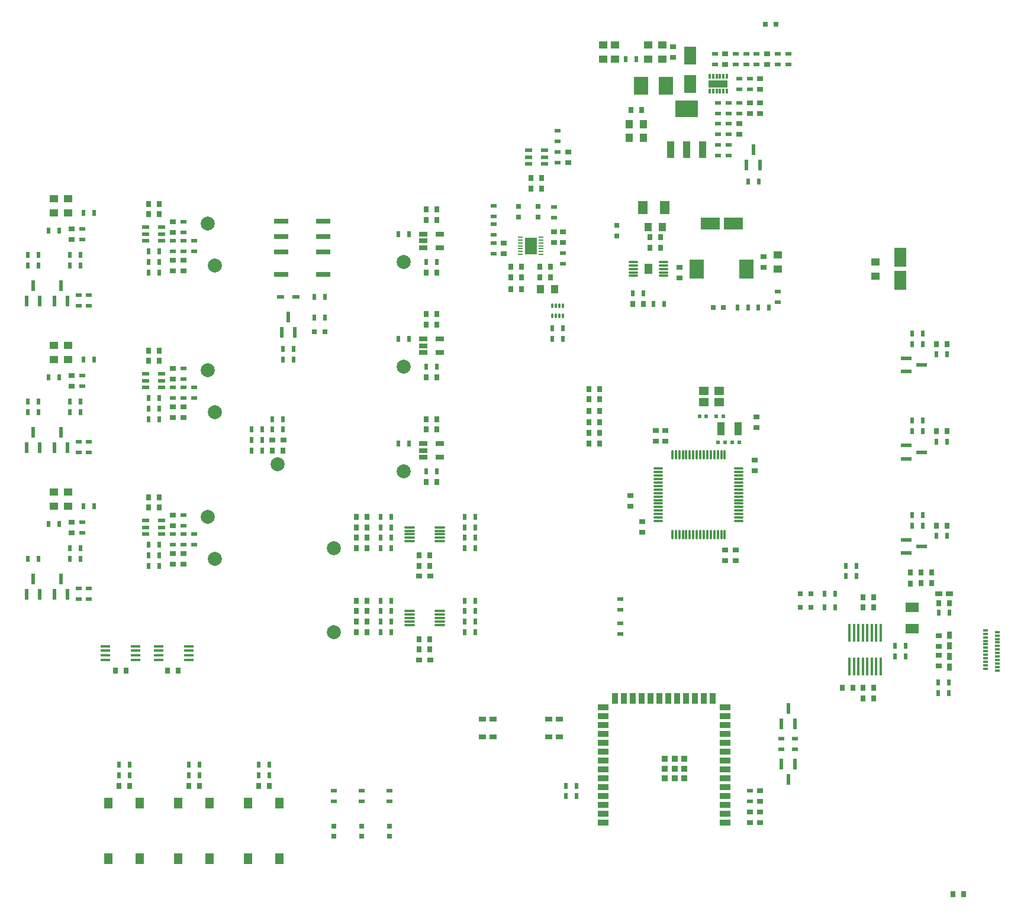
<source format=gtp>
G04*
G04 #@! TF.GenerationSoftware,Altium Limited,Altium Designer,24.5.1 (21)*
G04*
G04 Layer_Color=8421504*
%FSLAX25Y25*%
%MOIN*%
G70*
G04*
G04 #@! TF.SameCoordinates,BF01A39B-E5BE-45C2-AD7E-2E88940229C6*
G04*
G04*
G04 #@! TF.FilePolarity,Positive*
G04*
G01*
G75*
%ADD21R,0.03400X0.03000*%
%ADD22R,0.03937X0.09449*%
%ADD23R,0.12992X0.09449*%
%ADD24R,0.06693X0.09843*%
%ADD25R,0.05512X0.04528*%
%ADD26O,0.01181X0.05807*%
%ADD27R,0.01968X0.02362*%
%ADD28R,0.04331X0.07480*%
%ADD29R,0.02756X0.01181*%
%ADD30R,0.02800X0.03400*%
%ADD31R,0.07480X0.05315*%
%ADD32R,0.03000X0.03400*%
%ADD33R,0.02400X0.03400*%
%ADD34R,0.05709X0.01772*%
G04:AMPARAMS|DCode=35|XSize=25.98mil|YSize=11.81mil|CornerRadius=1.48mil|HoleSize=0mil|Usage=FLASHONLY|Rotation=90.000|XOffset=0mil|YOffset=0mil|HoleType=Round|Shape=RoundedRectangle|*
%AMROUNDEDRECTD35*
21,1,0.02598,0.00886,0,0,90.0*
21,1,0.02303,0.01181,0,0,90.0*
1,1,0.00295,0.00443,0.01152*
1,1,0.00295,0.00443,-0.01152*
1,1,0.00295,-0.00443,-0.01152*
1,1,0.00295,-0.00443,0.01152*
%
%ADD35ROUNDEDRECTD35*%
%ADD36R,0.02756X0.00787*%
%ADD37R,0.07008X0.09252*%
%ADD38R,0.03400X0.02400*%
%ADD39R,0.03150X0.03150*%
%ADD40R,0.03900X0.04900*%
%ADD41R,0.03937X0.02165*%
G04:AMPARAMS|DCode=42|XSize=57.87mil|YSize=11.02mil|CornerRadius=1.38mil|HoleSize=0mil|Usage=FLASHONLY|Rotation=180.000|XOffset=0mil|YOffset=0mil|HoleType=Round|Shape=RoundedRectangle|*
%AMROUNDEDRECTD42*
21,1,0.05787,0.00827,0,0,180.0*
21,1,0.05512,0.01102,0,0,180.0*
1,1,0.00276,-0.02756,0.00413*
1,1,0.00276,0.02756,0.00413*
1,1,0.00276,0.02756,-0.00413*
1,1,0.00276,-0.02756,-0.00413*
%
%ADD42ROUNDEDRECTD42*%
%ADD43R,0.05906X0.03543*%
%ADD44R,0.03543X0.05906*%
%ADD45R,0.03543X0.03543*%
%ADD46R,0.10827X0.03937*%
%ADD47R,0.01181X0.02559*%
%ADD48R,0.03400X0.02800*%
%ADD49C,0.07874*%
%ADD50R,0.04900X0.03900*%
%ADD51R,0.02362X0.06299*%
%ADD52O,0.05807X0.01181*%
%ADD53O,0.05787X0.01102*%
%ADD54R,0.05118X0.02756*%
%ADD55O,0.01575X0.10039*%
%ADD56R,0.03150X0.03150*%
%ADD57R,0.05315X0.07480*%
%ADD58R,0.07874X0.11024*%
%ADD59R,0.11024X0.06693*%
%ADD60R,0.08465X0.10433*%
%ADD61R,0.05118X0.06102*%
%ADD62R,0.07874X0.02756*%
%ADD63R,0.04016X0.02992*%
%ADD64R,0.06299X0.02362*%
%ADD65R,0.04173X0.02126*%
%ADD66R,0.06693X0.11024*%
%ADD67R,0.02992X0.04016*%
G36*
X415173Y363177D02*
X419472D01*
Y357295D01*
X415173D01*
Y363177D01*
D02*
G37*
D21*
X478346Y276622D02*
D03*
Y270622D02*
D03*
X335827Y368653D02*
D03*
Y374654D02*
D03*
X369291Y380953D02*
D03*
Y374953D02*
D03*
X364173Y380953D02*
D03*
Y374953D02*
D03*
X372047Y420228D02*
D03*
Y426228D02*
D03*
X92520Y300244D02*
D03*
Y217567D02*
D03*
X466535Y195819D02*
D03*
Y201819D02*
D03*
X460630Y195819D02*
D03*
Y201819D02*
D03*
X92520Y294244D02*
D03*
Y211567D02*
D03*
Y382921D02*
D03*
Y376921D02*
D03*
X435039Y355268D02*
D03*
Y361268D02*
D03*
X482283Y367173D02*
D03*
Y361173D02*
D03*
X155512Y359205D02*
D03*
Y365205D02*
D03*
X149606Y359205D02*
D03*
Y365205D02*
D03*
Y386858D02*
D03*
Y380858D02*
D03*
X421397Y269035D02*
D03*
Y263035D02*
D03*
X426897Y269035D02*
D03*
Y263035D02*
D03*
X149606Y304181D02*
D03*
Y298181D02*
D03*
Y221504D02*
D03*
Y215504D02*
D03*
X155512Y193850D02*
D03*
Y199850D02*
D03*
X149606Y193850D02*
D03*
Y199850D02*
D03*
X155512Y276528D02*
D03*
Y282528D02*
D03*
X149606Y276528D02*
D03*
Y282528D02*
D03*
X474409Y54181D02*
D03*
Y48181D02*
D03*
X480315Y54181D02*
D03*
Y48181D02*
D03*
Y59992D02*
D03*
Y65992D02*
D03*
Y461567D02*
D03*
Y467567D02*
D03*
X460630Y475347D02*
D03*
Y481347D02*
D03*
X474409Y447787D02*
D03*
Y453787D02*
D03*
X480315D02*
D03*
Y447787D02*
D03*
X484252Y475347D02*
D03*
Y481347D02*
D03*
X431148Y479284D02*
D03*
Y485284D02*
D03*
X468504Y435976D02*
D03*
Y441976D02*
D03*
X477095Y252370D02*
D03*
Y246370D02*
D03*
X413832Y211870D02*
D03*
Y217870D02*
D03*
X407283Y232331D02*
D03*
Y226331D02*
D03*
X581031Y147437D02*
D03*
Y153437D02*
D03*
Y142311D02*
D03*
Y136311D02*
D03*
D22*
X429921Y427453D02*
D03*
X438976D02*
D03*
X448032D02*
D03*
D23*
X438976Y450288D02*
D03*
D24*
X440945Y464491D02*
D03*
Y480391D02*
D03*
D25*
X448425Y285039D02*
D03*
X457087Y291339D02*
D03*
X448425D02*
D03*
X457087Y285039D02*
D03*
D26*
X450516Y255461D02*
D03*
X452484D02*
D03*
X456421D02*
D03*
X454453D02*
D03*
X460358D02*
D03*
X458390D02*
D03*
X448547D02*
D03*
X446579D02*
D03*
X444610D02*
D03*
X442642D02*
D03*
X440673D02*
D03*
X438705D02*
D03*
X436736D02*
D03*
X434768D02*
D03*
X432799D02*
D03*
X430831D02*
D03*
Y210279D02*
D03*
X432799D02*
D03*
X434768D02*
D03*
X436736D02*
D03*
X438705D02*
D03*
X440673D02*
D03*
X442642D02*
D03*
X444610D02*
D03*
X446579D02*
D03*
X448547D02*
D03*
X450516D02*
D03*
X452484D02*
D03*
X454453D02*
D03*
X456421D02*
D03*
X458390D02*
D03*
X460358D02*
D03*
D27*
X450000Y277165D02*
D03*
X459449D02*
D03*
X455512D02*
D03*
X446063D02*
D03*
X460630Y262598D02*
D03*
X456693D02*
D03*
X468504D02*
D03*
X464567D02*
D03*
D28*
X467913Y270075D02*
D03*
X458071D02*
D03*
D29*
X607244Y134843D02*
D03*
X613937Y155512D02*
D03*
X607244Y136811D02*
D03*
Y138779D02*
D03*
Y140748D02*
D03*
Y142717D02*
D03*
Y144685D02*
D03*
Y146653D02*
D03*
Y148622D02*
D03*
Y150591D02*
D03*
Y152559D02*
D03*
Y154528D02*
D03*
Y156496D02*
D03*
X613937Y153543D02*
D03*
Y151575D02*
D03*
Y149606D02*
D03*
Y147638D02*
D03*
Y145669D02*
D03*
Y143701D02*
D03*
Y141732D02*
D03*
Y139764D02*
D03*
Y137795D02*
D03*
Y135827D02*
D03*
Y133858D02*
D03*
D30*
X564961Y189224D02*
D03*
Y182824D02*
D03*
X383858Y286665D02*
D03*
Y280265D02*
D03*
X389764Y286665D02*
D03*
Y280265D02*
D03*
D31*
X565945Y157283D02*
D03*
Y169488D02*
D03*
D32*
X576819Y188976D02*
D03*
X570819D02*
D03*
Y183071D02*
D03*
X576819D02*
D03*
X123079Y133858D02*
D03*
X117079D02*
D03*
X345913Y348819D02*
D03*
X339913D02*
D03*
X345913Y355512D02*
D03*
X339913D02*
D03*
X345913Y361417D02*
D03*
X339913D02*
D03*
X356055D02*
D03*
X362055D02*
D03*
X356055Y355512D02*
D03*
X362055D02*
D03*
X357331Y411417D02*
D03*
X351331D02*
D03*
X357331Y405512D02*
D03*
X351331D02*
D03*
X152606Y133858D02*
D03*
X146606D02*
D03*
X294339Y145669D02*
D03*
Y151575D02*
D03*
X258906Y155512D02*
D03*
X288339Y151575D02*
D03*
X258906Y202756D02*
D03*
X252906D02*
D03*
X258906Y208661D02*
D03*
X252906D02*
D03*
X258906Y214567D02*
D03*
X252906D02*
D03*
X258906Y220472D02*
D03*
X252906D02*
D03*
X294339Y198819D02*
D03*
X288339D02*
D03*
X294339Y192913D02*
D03*
X288339D02*
D03*
X252906Y161417D02*
D03*
X258906D02*
D03*
X252906Y167323D02*
D03*
X258906D02*
D03*
X288339Y145669D02*
D03*
X298276Y328740D02*
D03*
X292276D02*
D03*
X298276Y334646D02*
D03*
X292276D02*
D03*
Y299213D02*
D03*
X298276D02*
D03*
X595031Y7811D02*
D03*
X589031D02*
D03*
X544339Y175197D02*
D03*
X538339D02*
D03*
X544339Y169291D02*
D03*
X538339D02*
D03*
X526528Y124016D02*
D03*
X532527D02*
D03*
X544339Y118110D02*
D03*
X538339D02*
D03*
X544339Y124016D02*
D03*
X538339D02*
D03*
X418260Y372047D02*
D03*
X424260D02*
D03*
Y377953D02*
D03*
X418260D02*
D03*
X408417Y340551D02*
D03*
X414417D02*
D03*
X135780Y396654D02*
D03*
X141779D02*
D03*
X135780Y390995D02*
D03*
X141779D02*
D03*
X203787Y68898D02*
D03*
X197787D02*
D03*
X125047D02*
D03*
X119047D02*
D03*
X298276Y358268D02*
D03*
X292276D02*
D03*
X298276Y240158D02*
D03*
X292276D02*
D03*
X135780Y231299D02*
D03*
X141779D02*
D03*
X252906Y173228D02*
D03*
X258906D02*
D03*
X383811Y267717D02*
D03*
X389811D02*
D03*
Y273622D02*
D03*
X383811D02*
D03*
X413433Y449803D02*
D03*
X407433D02*
D03*
X211661Y257874D02*
D03*
X205661D02*
D03*
X585677Y317913D02*
D03*
X579677D02*
D03*
X135780Y225640D02*
D03*
X141779D02*
D03*
X164417Y68898D02*
D03*
X158417D02*
D03*
X292276Y387795D02*
D03*
X298276D02*
D03*
X252906Y155512D02*
D03*
X292276Y393701D02*
D03*
X298276D02*
D03*
X135780Y313976D02*
D03*
X141779D02*
D03*
X135780Y308317D02*
D03*
X141779D02*
D03*
X389811Y261811D02*
D03*
X383811D02*
D03*
X585677Y268701D02*
D03*
X579677D02*
D03*
X585677Y215551D02*
D03*
X579677D02*
D03*
X292276Y269685D02*
D03*
X298276D02*
D03*
X292276Y275590D02*
D03*
X298276D02*
D03*
X389811Y292323D02*
D03*
X383811D02*
D03*
X581031Y171811D02*
D03*
X587031D02*
D03*
D33*
X586661Y126969D02*
D03*
X580661D02*
D03*
X369142Y326772D02*
D03*
X363142D02*
D03*
Y320866D02*
D03*
X369142D02*
D03*
X580661Y121063D02*
D03*
X586661D02*
D03*
X266685Y155512D02*
D03*
X99362Y309055D02*
D03*
X141779Y287402D02*
D03*
X85677Y299213D02*
D03*
X99362Y226378D02*
D03*
X141779Y204724D02*
D03*
X85677Y216535D02*
D03*
X79677Y299213D02*
D03*
X91488Y285433D02*
D03*
X67866D02*
D03*
X91488Y279528D02*
D03*
X73866Y285433D02*
D03*
X79677Y216535D02*
D03*
X91488Y202756D02*
D03*
Y196850D02*
D03*
X73866Y362205D02*
D03*
Y279528D02*
D03*
Y196850D02*
D03*
X272685Y173228D02*
D03*
Y167323D02*
D03*
Y161417D02*
D03*
Y155512D02*
D03*
X97488Y202756D02*
D03*
Y196850D02*
D03*
Y285433D02*
D03*
Y279528D02*
D03*
X91488Y368110D02*
D03*
X97488D02*
D03*
X91488Y362205D02*
D03*
X97488D02*
D03*
X313929Y155512D02*
D03*
X319929D02*
D03*
X313929Y161417D02*
D03*
X319929D02*
D03*
X272685Y220472D02*
D03*
X266685D02*
D03*
X272685Y202756D02*
D03*
X266685D02*
D03*
X272685Y208661D02*
D03*
X266685D02*
D03*
X272685Y214567D02*
D03*
X266685D02*
D03*
X319929D02*
D03*
X313929D02*
D03*
X319929Y220472D02*
D03*
X313929D02*
D03*
X105362Y309055D02*
D03*
X67866Y279528D02*
D03*
X211661Y269685D02*
D03*
X205661D02*
D03*
X73866Y368110D02*
D03*
X67866D02*
D03*
Y196850D02*
D03*
X105362Y226378D02*
D03*
X67866Y362205D02*
D03*
X313929Y167323D02*
D03*
X319929D02*
D03*
X313929Y173228D02*
D03*
X319929D02*
D03*
X199850Y257874D02*
D03*
X193850D02*
D03*
X199850Y263779D02*
D03*
X193850D02*
D03*
X266685Y173228D02*
D03*
Y167323D02*
D03*
Y161417D02*
D03*
X85677Y381890D02*
D03*
X79677D02*
D03*
X105362Y391732D02*
D03*
X99362D02*
D03*
X276528Y320866D02*
D03*
X282528D02*
D03*
X292276Y305118D02*
D03*
X298276D02*
D03*
X516685Y169291D02*
D03*
X522685D02*
D03*
X516685Y177165D02*
D03*
X522685D02*
D03*
X534496Y187008D02*
D03*
X528496D02*
D03*
X534496Y192913D02*
D03*
X528496D02*
D03*
X562055Y147638D02*
D03*
X556055D02*
D03*
X408417Y346457D02*
D03*
X414417D02*
D03*
X420228Y340551D02*
D03*
X426228D02*
D03*
X473472Y338583D02*
D03*
X467472D02*
D03*
X485284D02*
D03*
X479284D02*
D03*
X141779Y358268D02*
D03*
X135780D02*
D03*
X141779Y364173D02*
D03*
X135780D02*
D03*
X141779Y370079D02*
D03*
X135780D02*
D03*
X377016Y68898D02*
D03*
X371016D02*
D03*
X377016Y62992D02*
D03*
X371016D02*
D03*
X197787Y74803D02*
D03*
X203787D02*
D03*
Y80709D02*
D03*
X197787D02*
D03*
X119047Y74803D02*
D03*
X125047D02*
D03*
Y80709D02*
D03*
X119047D02*
D03*
X410480Y478346D02*
D03*
X404480D02*
D03*
X585677Y312008D02*
D03*
X579677D02*
D03*
X158417Y74803D02*
D03*
X164417D02*
D03*
Y80709D02*
D03*
X158417D02*
D03*
X282528Y379921D02*
D03*
X276528D02*
D03*
X298276Y364173D02*
D03*
X292276D02*
D03*
X141779Y198819D02*
D03*
X135780D02*
D03*
Y204724D02*
D03*
X199850Y269685D02*
D03*
X193850D02*
D03*
X313929Y208661D02*
D03*
X319929D02*
D03*
X313929Y202756D02*
D03*
X319929D02*
D03*
X135780Y287402D02*
D03*
X141779Y281496D02*
D03*
X135780D02*
D03*
X141779Y275590D02*
D03*
X135780D02*
D03*
X479378Y409449D02*
D03*
X473378D02*
D03*
X571898Y317913D02*
D03*
X565898D02*
D03*
Y323819D02*
D03*
X571898D02*
D03*
Y268701D02*
D03*
X565898D02*
D03*
X585677Y262795D02*
D03*
X579677D02*
D03*
X565898Y274606D02*
D03*
X571898D02*
D03*
X229283Y344488D02*
D03*
X235283D02*
D03*
X571898Y215551D02*
D03*
X565898D02*
D03*
X585677Y209646D02*
D03*
X579677D02*
D03*
X565898Y221457D02*
D03*
X571898D02*
D03*
X229283Y332677D02*
D03*
X235283D02*
D03*
X211661Y275590D02*
D03*
X205661D02*
D03*
X217567Y309055D02*
D03*
X211567D02*
D03*
X217567Y314961D02*
D03*
X211567D02*
D03*
X282528Y261811D02*
D03*
X276528D02*
D03*
X298276Y246063D02*
D03*
X292276D02*
D03*
X141779Y192913D02*
D03*
X135780D02*
D03*
X556055Y141732D02*
D03*
X562055D02*
D03*
X581031Y166311D02*
D03*
X587031D02*
D03*
D34*
X128543Y139862D02*
D03*
Y142421D02*
D03*
Y144980D02*
D03*
Y147539D02*
D03*
X111614D02*
D03*
Y144980D02*
D03*
Y142421D02*
D03*
Y139862D02*
D03*
X158465D02*
D03*
Y142421D02*
D03*
Y144980D02*
D03*
Y147539D02*
D03*
X141535D02*
D03*
Y144980D02*
D03*
Y142421D02*
D03*
Y139862D02*
D03*
D35*
X365158Y333720D02*
D03*
X363189D02*
D03*
X367126D02*
D03*
X369094D02*
D03*
Y339508D02*
D03*
X367126D02*
D03*
X365158D02*
D03*
X363189D02*
D03*
D36*
X356988Y368504D02*
D03*
Y370079D02*
D03*
Y371654D02*
D03*
Y373228D02*
D03*
Y374803D02*
D03*
Y376378D02*
D03*
Y377953D02*
D03*
X345374D02*
D03*
Y376378D02*
D03*
Y374803D02*
D03*
Y373228D02*
D03*
Y371654D02*
D03*
Y370079D02*
D03*
Y368504D02*
D03*
D37*
X351181Y373228D02*
D03*
D38*
X364173Y395126D02*
D03*
Y389126D02*
D03*
X369291Y363142D02*
D03*
Y369142D02*
D03*
X330315Y395913D02*
D03*
Y389913D02*
D03*
X330315Y374654D02*
D03*
Y368654D02*
D03*
Y385283D02*
D03*
Y379283D02*
D03*
X366142Y420228D02*
D03*
Y426228D02*
D03*
Y438039D02*
D03*
Y432039D02*
D03*
X149606Y287354D02*
D03*
X98425Y300244D02*
D03*
X149606Y204677D02*
D03*
X98425Y217567D02*
D03*
X96457Y339520D02*
D03*
X102362D02*
D03*
Y256842D02*
D03*
X96457D02*
D03*
Y174165D02*
D03*
X102362D02*
D03*
X98425Y294244D02*
D03*
X96457Y262842D02*
D03*
X102362D02*
D03*
Y180165D02*
D03*
X96457D02*
D03*
X98425Y211567D02*
D03*
X102362Y345520D02*
D03*
X96457D02*
D03*
X98425Y382921D02*
D03*
Y376921D02*
D03*
X490158Y347488D02*
D03*
Y341488D02*
D03*
X161417Y370031D02*
D03*
Y376031D02*
D03*
X155512Y370031D02*
D03*
Y376031D02*
D03*
X149606Y370031D02*
D03*
Y376031D02*
D03*
X155512Y380858D02*
D03*
Y386858D02*
D03*
X161417Y204677D02*
D03*
Y210677D02*
D03*
X155512Y204677D02*
D03*
Y210677D02*
D03*
X149606D02*
D03*
X155512Y215504D02*
D03*
Y221504D02*
D03*
X468504Y461567D02*
D03*
Y467567D02*
D03*
X474409Y461567D02*
D03*
Y467567D02*
D03*
X155512Y298181D02*
D03*
Y304181D02*
D03*
X149606Y293354D02*
D03*
X161417Y287354D02*
D03*
Y293354D02*
D03*
X155512Y287354D02*
D03*
Y293354D02*
D03*
X401575Y168260D02*
D03*
Y174260D02*
D03*
Y160480D02*
D03*
Y154480D02*
D03*
X271654Y65992D02*
D03*
Y59992D02*
D03*
X255906Y65992D02*
D03*
Y59992D02*
D03*
X240158Y65992D02*
D03*
Y59992D02*
D03*
X500000Y89520D02*
D03*
Y95520D02*
D03*
X492126D02*
D03*
Y89520D02*
D03*
X474409Y59992D02*
D03*
Y65992D02*
D03*
X456693Y430165D02*
D03*
Y424165D02*
D03*
X462598D02*
D03*
Y430165D02*
D03*
X496063Y475347D02*
D03*
Y481347D02*
D03*
X466535Y475347D02*
D03*
Y481347D02*
D03*
X478346Y475347D02*
D03*
Y481347D02*
D03*
X490158D02*
D03*
Y475347D02*
D03*
X472441Y481347D02*
D03*
Y475347D02*
D03*
X468504Y447787D02*
D03*
Y453787D02*
D03*
X454724Y481347D02*
D03*
Y475347D02*
D03*
X456693Y453787D02*
D03*
Y447787D02*
D03*
X462598Y435976D02*
D03*
Y441976D02*
D03*
Y453787D02*
D03*
Y447787D02*
D03*
X456693Y435976D02*
D03*
Y441976D02*
D03*
D39*
X344094Y389567D02*
D03*
Y395472D02*
D03*
X355118Y389567D02*
D03*
Y395472D02*
D03*
X399606Y384842D02*
D03*
Y378937D02*
D03*
X271654Y46260D02*
D03*
Y40354D02*
D03*
X255906Y46260D02*
D03*
Y40354D02*
D03*
X240158Y46260D02*
D03*
Y40354D02*
D03*
D40*
X364630Y348819D02*
D03*
X356630D02*
D03*
X425260Y383904D02*
D03*
X417260D02*
D03*
X414433Y441929D02*
D03*
X406433D02*
D03*
X414433Y434055D02*
D03*
X406433D02*
D03*
D41*
X349803Y419488D02*
D03*
Y423228D02*
D03*
Y426968D02*
D03*
X358858D02*
D03*
Y423228D02*
D03*
Y419488D02*
D03*
X143307Y383661D02*
D03*
Y379921D02*
D03*
Y376181D02*
D03*
X134252D02*
D03*
Y379921D02*
D03*
Y383661D02*
D03*
X143307Y218307D02*
D03*
Y214567D02*
D03*
Y210827D02*
D03*
X134252D02*
D03*
Y214567D02*
D03*
Y218307D02*
D03*
X143307Y300984D02*
D03*
Y297244D02*
D03*
Y293504D02*
D03*
X134252D02*
D03*
Y297244D02*
D03*
Y300984D02*
D03*
D42*
X299803Y159449D02*
D03*
Y161417D02*
D03*
Y163386D02*
D03*
Y165354D02*
D03*
Y167323D02*
D03*
X282874D02*
D03*
Y165354D02*
D03*
Y163386D02*
D03*
Y161417D02*
D03*
Y159449D02*
D03*
X299803Y206693D02*
D03*
Y208661D02*
D03*
Y210630D02*
D03*
Y212598D02*
D03*
Y214567D02*
D03*
X282874D02*
D03*
Y212598D02*
D03*
Y210630D02*
D03*
Y208661D02*
D03*
Y206693D02*
D03*
D43*
X460630Y48150D02*
D03*
Y53150D02*
D03*
Y58150D02*
D03*
Y63150D02*
D03*
Y68150D02*
D03*
Y73150D02*
D03*
Y78150D02*
D03*
Y83150D02*
D03*
Y88150D02*
D03*
Y93150D02*
D03*
Y98150D02*
D03*
Y103150D02*
D03*
Y108150D02*
D03*
Y113150D02*
D03*
X391732D02*
D03*
Y108150D02*
D03*
Y103150D02*
D03*
Y98150D02*
D03*
Y93150D02*
D03*
Y88150D02*
D03*
Y83150D02*
D03*
Y78150D02*
D03*
Y73150D02*
D03*
Y68150D02*
D03*
Y63150D02*
D03*
Y58150D02*
D03*
Y53150D02*
D03*
Y48150D02*
D03*
D44*
X453681Y118071D02*
D03*
X448681D02*
D03*
X443681D02*
D03*
X438681D02*
D03*
X433681D02*
D03*
X428681D02*
D03*
X423681D02*
D03*
X418681D02*
D03*
X413681D02*
D03*
X408681D02*
D03*
X403681D02*
D03*
X398681D02*
D03*
D45*
X432087Y78543D02*
D03*
Y73032D02*
D03*
X437598D02*
D03*
Y78543D02*
D03*
Y84055D02*
D03*
X432087D02*
D03*
X426575D02*
D03*
Y78543D02*
D03*
Y73032D02*
D03*
D46*
X456693Y464567D02*
D03*
D47*
X451772Y468701D02*
D03*
X453740D02*
D03*
X455709D02*
D03*
X457677D02*
D03*
X459646D02*
D03*
X461614D02*
D03*
Y460433D02*
D03*
X459646D02*
D03*
X457677D02*
D03*
X455709D02*
D03*
X453740D02*
D03*
X451772D02*
D03*
D48*
X294539Y139764D02*
D03*
X288139Y187008D02*
D03*
X294539D02*
D03*
X205461Y263779D02*
D03*
X211861D02*
D03*
X288139Y139764D02*
D03*
D49*
X240158Y155512D02*
D03*
Y202756D02*
D03*
X279528Y246063D02*
D03*
Y364173D02*
D03*
Y305118D02*
D03*
X173228Y196850D02*
D03*
Y279528D02*
D03*
Y362205D02*
D03*
X169291Y303150D02*
D03*
Y220472D02*
D03*
X208661Y250000D02*
D03*
X169291Y385827D02*
D03*
D50*
X82677Y308992D02*
D03*
X90551D02*
D03*
X82677Y226315D02*
D03*
X90551D02*
D03*
Y316992D02*
D03*
X82677D02*
D03*
X90551Y234315D02*
D03*
X82677D02*
D03*
X90551Y399669D02*
D03*
Y391669D02*
D03*
X82677Y399669D02*
D03*
Y391669D02*
D03*
X490158Y360173D02*
D03*
Y368173D02*
D03*
X398622Y478284D02*
D03*
Y486283D02*
D03*
X391732Y478284D02*
D03*
Y486283D02*
D03*
X425197Y478284D02*
D03*
Y486283D02*
D03*
X417323Y478284D02*
D03*
Y486283D02*
D03*
X545276Y356236D02*
D03*
Y364236D02*
D03*
D51*
X70866Y268110D02*
D03*
Y185433D02*
D03*
X86614Y350787D02*
D03*
X67126Y342126D02*
D03*
X82874D02*
D03*
X67126Y259449D02*
D03*
X86614Y268110D02*
D03*
X82874Y259449D02*
D03*
X86614Y185433D02*
D03*
X67126Y176772D02*
D03*
X82874D02*
D03*
X90354Y259449D02*
D03*
X74606D02*
D03*
Y176772D02*
D03*
X90354D02*
D03*
X70866Y350787D02*
D03*
X74606Y342126D02*
D03*
X90354D02*
D03*
X496063Y72441D02*
D03*
X492323Y81102D02*
D03*
X499803D02*
D03*
X496063Y112598D02*
D03*
X499803Y103937D02*
D03*
X492323D02*
D03*
X476378Y427559D02*
D03*
X480118Y418898D02*
D03*
X472638D02*
D03*
X214567Y333071D02*
D03*
X218307Y324410D02*
D03*
X210827D02*
D03*
D52*
X423004Y247634D02*
D03*
Y245665D02*
D03*
Y243697D02*
D03*
Y241728D02*
D03*
Y239760D02*
D03*
Y237791D02*
D03*
Y235823D02*
D03*
Y233854D02*
D03*
Y231886D02*
D03*
Y229917D02*
D03*
Y227949D02*
D03*
Y225980D02*
D03*
Y224012D02*
D03*
Y222043D02*
D03*
Y220075D02*
D03*
Y218106D02*
D03*
X468185D02*
D03*
Y220075D02*
D03*
Y222043D02*
D03*
Y224012D02*
D03*
Y225980D02*
D03*
Y227949D02*
D03*
Y229917D02*
D03*
Y231886D02*
D03*
Y233854D02*
D03*
Y235823D02*
D03*
Y237791D02*
D03*
Y239760D02*
D03*
Y241728D02*
D03*
Y243697D02*
D03*
Y245665D02*
D03*
Y247634D02*
D03*
D53*
X408858Y356299D02*
D03*
Y358268D02*
D03*
Y360236D02*
D03*
Y362205D02*
D03*
Y364173D02*
D03*
X425787D02*
D03*
Y362205D02*
D03*
Y360236D02*
D03*
Y358268D02*
D03*
Y356299D02*
D03*
D54*
X300000Y320669D02*
D03*
Y313189D02*
D03*
X290551D02*
D03*
Y316929D02*
D03*
Y320669D02*
D03*
Y379724D02*
D03*
Y375984D02*
D03*
Y372244D02*
D03*
X300000D02*
D03*
Y379724D02*
D03*
X290551Y261614D02*
D03*
Y257874D02*
D03*
Y254134D02*
D03*
X300000D02*
D03*
Y261614D02*
D03*
D55*
X548120Y155217D02*
D03*
X545620D02*
D03*
X543120D02*
D03*
X540620D02*
D03*
X538120D02*
D03*
X535620D02*
D03*
X533120D02*
D03*
X530620D02*
D03*
X548120Y136122D02*
D03*
X545620D02*
D03*
X543120D02*
D03*
X540620D02*
D03*
X538120D02*
D03*
X535620D02*
D03*
X533120D02*
D03*
X530620D02*
D03*
D56*
X502953Y169291D02*
D03*
X508858D02*
D03*
X502953Y177165D02*
D03*
X508858D02*
D03*
X459646Y338583D02*
D03*
X453740D02*
D03*
X483268Y498032D02*
D03*
X489173D02*
D03*
X235236Y324803D02*
D03*
X229331D02*
D03*
D57*
X414370Y394685D02*
D03*
X426575D02*
D03*
D58*
X472638Y360236D02*
D03*
X444685D02*
D03*
D59*
X452264Y385827D02*
D03*
X465059D02*
D03*
D60*
X427362Y463583D02*
D03*
X413189D02*
D03*
D61*
X191929Y27657D02*
D03*
X209646D02*
D03*
Y58957D02*
D03*
X191929D02*
D03*
X152559Y27657D02*
D03*
X170276D02*
D03*
Y58957D02*
D03*
X152559D02*
D03*
X113189Y27657D02*
D03*
X130905D02*
D03*
Y58957D02*
D03*
X113189D02*
D03*
D62*
X234252Y357087D02*
D03*
Y369685D02*
D03*
Y378346D02*
D03*
Y387008D02*
D03*
X210630D02*
D03*
Y378346D02*
D03*
Y369685D02*
D03*
Y357087D02*
D03*
D63*
X367165Y96457D02*
D03*
X361181D02*
D03*
X367165Y106299D02*
D03*
X361181D02*
D03*
X323780Y96457D02*
D03*
X329764D02*
D03*
X323780Y106299D02*
D03*
X329764D02*
D03*
X586850Y177165D02*
D03*
X580866D02*
D03*
D64*
X571260Y306102D02*
D03*
X562598Y302362D02*
D03*
Y309842D02*
D03*
X571260Y256890D02*
D03*
X562598Y253150D02*
D03*
Y260630D02*
D03*
X571260Y203740D02*
D03*
X562598Y200000D02*
D03*
Y207480D02*
D03*
D65*
X210354Y344488D02*
D03*
X218779D02*
D03*
D66*
X559055Y366634D02*
D03*
Y353839D02*
D03*
D67*
X587031Y153920D02*
D03*
Y147935D02*
D03*
Y135819D02*
D03*
Y141803D02*
D03*
M02*

</source>
